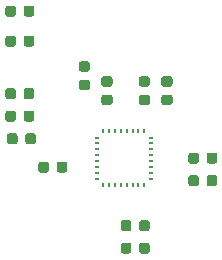
<source format=gtp>
%TF.GenerationSoftware,KiCad,Pcbnew,(5.1.9-0-10_14)*%
%TF.CreationDate,2021-08-20T09:16:23+02:00*%
%TF.ProjectId,WM8758B_breakout,574d3837-3538-4425-9f62-7265616b6f75,rev?*%
%TF.SameCoordinates,Original*%
%TF.FileFunction,Paste,Top*%
%TF.FilePolarity,Positive*%
%FSLAX46Y46*%
G04 Gerber Fmt 4.6, Leading zero omitted, Abs format (unit mm)*
G04 Created by KiCad (PCBNEW (5.1.9-0-10_14)) date 2021-08-20 09:16:23*
%MOMM*%
%LPD*%
G01*
G04 APERTURE LIST*
%ADD10R,0.400000X0.200000*%
%ADD11R,0.200000X0.400000*%
G04 APERTURE END LIST*
%TO.C,C19*%
G36*
G01*
X144965000Y-101850000D02*
X144965000Y-101350000D01*
G75*
G02*
X145190000Y-101125000I225000J0D01*
G01*
X145640000Y-101125000D01*
G75*
G02*
X145865000Y-101350000I0J-225000D01*
G01*
X145865000Y-101850000D01*
G75*
G02*
X145640000Y-102075000I-225000J0D01*
G01*
X145190000Y-102075000D01*
G75*
G02*
X144965000Y-101850000I0J225000D01*
G01*
G37*
G36*
G01*
X143415000Y-101850000D02*
X143415000Y-101350000D01*
G75*
G02*
X143640000Y-101125000I225000J0D01*
G01*
X144090000Y-101125000D01*
G75*
G02*
X144315000Y-101350000I0J-225000D01*
G01*
X144315000Y-101850000D01*
G75*
G02*
X144090000Y-102075000I-225000J0D01*
G01*
X143640000Y-102075000D01*
G75*
G02*
X143415000Y-101850000I0J225000D01*
G01*
G37*
%TD*%
%TO.C,C16*%
G36*
G01*
X144315000Y-95000000D02*
X144315000Y-95500000D01*
G75*
G02*
X144090000Y-95725000I-225000J0D01*
G01*
X143640000Y-95725000D01*
G75*
G02*
X143415000Y-95500000I0J225000D01*
G01*
X143415000Y-95000000D01*
G75*
G02*
X143640000Y-94775000I225000J0D01*
G01*
X144090000Y-94775000D01*
G75*
G02*
X144315000Y-95000000I0J-225000D01*
G01*
G37*
G36*
G01*
X145865000Y-95000000D02*
X145865000Y-95500000D01*
G75*
G02*
X145640000Y-95725000I-225000J0D01*
G01*
X145190000Y-95725000D01*
G75*
G02*
X144965000Y-95500000I0J225000D01*
G01*
X144965000Y-95000000D01*
G75*
G02*
X145190000Y-94775000I225000J0D01*
G01*
X145640000Y-94775000D01*
G75*
G02*
X145865000Y-95000000I0J-225000D01*
G01*
G37*
%TD*%
%TO.C,C15*%
G36*
G01*
X144315000Y-92460000D02*
X144315000Y-92960000D01*
G75*
G02*
X144090000Y-93185000I-225000J0D01*
G01*
X143640000Y-93185000D01*
G75*
G02*
X143415000Y-92960000I0J225000D01*
G01*
X143415000Y-92460000D01*
G75*
G02*
X143640000Y-92235000I225000J0D01*
G01*
X144090000Y-92235000D01*
G75*
G02*
X144315000Y-92460000I0J-225000D01*
G01*
G37*
G36*
G01*
X145865000Y-92460000D02*
X145865000Y-92960000D01*
G75*
G02*
X145640000Y-93185000I-225000J0D01*
G01*
X145190000Y-93185000D01*
G75*
G02*
X144965000Y-92960000I0J225000D01*
G01*
X144965000Y-92460000D01*
G75*
G02*
X145190000Y-92235000I225000J0D01*
G01*
X145640000Y-92235000D01*
G75*
G02*
X145865000Y-92460000I0J-225000D01*
G01*
G37*
%TD*%
%TO.C,C11*%
G36*
G01*
X145105000Y-103755000D02*
X145105000Y-103255000D01*
G75*
G02*
X145330000Y-103030000I225000J0D01*
G01*
X145780000Y-103030000D01*
G75*
G02*
X146005000Y-103255000I0J-225000D01*
G01*
X146005000Y-103755000D01*
G75*
G02*
X145780000Y-103980000I-225000J0D01*
G01*
X145330000Y-103980000D01*
G75*
G02*
X145105000Y-103755000I0J225000D01*
G01*
G37*
G36*
G01*
X143555000Y-103755000D02*
X143555000Y-103255000D01*
G75*
G02*
X143780000Y-103030000I225000J0D01*
G01*
X144230000Y-103030000D01*
G75*
G02*
X144455000Y-103255000I0J-225000D01*
G01*
X144455000Y-103755000D01*
G75*
G02*
X144230000Y-103980000I-225000J0D01*
G01*
X143780000Y-103980000D01*
G75*
G02*
X143555000Y-103755000I0J225000D01*
G01*
G37*
%TD*%
%TO.C,C1*%
G36*
G01*
X152269000Y-99116000D02*
X151769000Y-99116000D01*
G75*
G02*
X151544000Y-98891000I0J225000D01*
G01*
X151544000Y-98441000D01*
G75*
G02*
X151769000Y-98216000I225000J0D01*
G01*
X152269000Y-98216000D01*
G75*
G02*
X152494000Y-98441000I0J-225000D01*
G01*
X152494000Y-98891000D01*
G75*
G02*
X152269000Y-99116000I-225000J0D01*
G01*
G37*
G36*
G01*
X152269000Y-100666000D02*
X151769000Y-100666000D01*
G75*
G02*
X151544000Y-100441000I0J225000D01*
G01*
X151544000Y-99991000D01*
G75*
G02*
X151769000Y-99766000I225000J0D01*
G01*
X152269000Y-99766000D01*
G75*
G02*
X152494000Y-99991000I0J-225000D01*
G01*
X152494000Y-100441000D01*
G75*
G02*
X152269000Y-100666000I-225000J0D01*
G01*
G37*
%TD*%
%TO.C,C5*%
G36*
G01*
X155444000Y-99116000D02*
X154944000Y-99116000D01*
G75*
G02*
X154719000Y-98891000I0J225000D01*
G01*
X154719000Y-98441000D01*
G75*
G02*
X154944000Y-98216000I225000J0D01*
G01*
X155444000Y-98216000D01*
G75*
G02*
X155669000Y-98441000I0J-225000D01*
G01*
X155669000Y-98891000D01*
G75*
G02*
X155444000Y-99116000I-225000J0D01*
G01*
G37*
G36*
G01*
X155444000Y-100666000D02*
X154944000Y-100666000D01*
G75*
G02*
X154719000Y-100441000I0J225000D01*
G01*
X154719000Y-99991000D01*
G75*
G02*
X154944000Y-99766000I225000J0D01*
G01*
X155444000Y-99766000D01*
G75*
G02*
X155669000Y-99991000I0J-225000D01*
G01*
X155669000Y-100441000D01*
G75*
G02*
X155444000Y-100666000I-225000J0D01*
G01*
G37*
%TD*%
%TO.C,C2*%
G36*
G01*
X157349000Y-100666000D02*
X156849000Y-100666000D01*
G75*
G02*
X156624000Y-100441000I0J225000D01*
G01*
X156624000Y-99991000D01*
G75*
G02*
X156849000Y-99766000I225000J0D01*
G01*
X157349000Y-99766000D01*
G75*
G02*
X157574000Y-99991000I0J-225000D01*
G01*
X157574000Y-100441000D01*
G75*
G02*
X157349000Y-100666000I-225000J0D01*
G01*
G37*
G36*
G01*
X157349000Y-99116000D02*
X156849000Y-99116000D01*
G75*
G02*
X156624000Y-98891000I0J225000D01*
G01*
X156624000Y-98441000D01*
G75*
G02*
X156849000Y-98216000I225000J0D01*
G01*
X157349000Y-98216000D01*
G75*
G02*
X157574000Y-98441000I0J-225000D01*
G01*
X157574000Y-98891000D01*
G75*
G02*
X157349000Y-99116000I-225000J0D01*
G01*
G37*
%TD*%
%TO.C,C6*%
G36*
G01*
X150364000Y-99396000D02*
X149864000Y-99396000D01*
G75*
G02*
X149639000Y-99171000I0J225000D01*
G01*
X149639000Y-98721000D01*
G75*
G02*
X149864000Y-98496000I225000J0D01*
G01*
X150364000Y-98496000D01*
G75*
G02*
X150589000Y-98721000I0J-225000D01*
G01*
X150589000Y-99171000D01*
G75*
G02*
X150364000Y-99396000I-225000J0D01*
G01*
G37*
G36*
G01*
X150364000Y-97846000D02*
X149864000Y-97846000D01*
G75*
G02*
X149639000Y-97621000I0J225000D01*
G01*
X149639000Y-97171000D01*
G75*
G02*
X149864000Y-96946000I225000J0D01*
G01*
X150364000Y-96946000D01*
G75*
G02*
X150589000Y-97171000I0J-225000D01*
G01*
X150589000Y-97621000D01*
G75*
G02*
X150364000Y-97846000I-225000J0D01*
G01*
G37*
%TD*%
%TO.C,C13*%
G36*
G01*
X158909000Y-105406000D02*
X158909000Y-104906000D01*
G75*
G02*
X159134000Y-104681000I225000J0D01*
G01*
X159584000Y-104681000D01*
G75*
G02*
X159809000Y-104906000I0J-225000D01*
G01*
X159809000Y-105406000D01*
G75*
G02*
X159584000Y-105631000I-225000J0D01*
G01*
X159134000Y-105631000D01*
G75*
G02*
X158909000Y-105406000I0J225000D01*
G01*
G37*
G36*
G01*
X160459000Y-105406000D02*
X160459000Y-104906000D01*
G75*
G02*
X160684000Y-104681000I225000J0D01*
G01*
X161134000Y-104681000D01*
G75*
G02*
X161359000Y-104906000I0J-225000D01*
G01*
X161359000Y-105406000D01*
G75*
G02*
X161134000Y-105631000I-225000J0D01*
G01*
X160684000Y-105631000D01*
G75*
G02*
X160459000Y-105406000I0J225000D01*
G01*
G37*
%TD*%
%TO.C,C12*%
G36*
G01*
X159809000Y-106811000D02*
X159809000Y-107311000D01*
G75*
G02*
X159584000Y-107536000I-225000J0D01*
G01*
X159134000Y-107536000D01*
G75*
G02*
X158909000Y-107311000I0J225000D01*
G01*
X158909000Y-106811000D01*
G75*
G02*
X159134000Y-106586000I225000J0D01*
G01*
X159584000Y-106586000D01*
G75*
G02*
X159809000Y-106811000I0J-225000D01*
G01*
G37*
G36*
G01*
X161359000Y-106811000D02*
X161359000Y-107311000D01*
G75*
G02*
X161134000Y-107536000I-225000J0D01*
G01*
X160684000Y-107536000D01*
G75*
G02*
X160459000Y-107311000I0J225000D01*
G01*
X160459000Y-106811000D01*
G75*
G02*
X160684000Y-106586000I225000J0D01*
G01*
X161134000Y-106586000D01*
G75*
G02*
X161359000Y-106811000I0J-225000D01*
G01*
G37*
%TD*%
%TO.C,C3*%
G36*
G01*
X154744000Y-111121000D02*
X154744000Y-110621000D01*
G75*
G02*
X154969000Y-110396000I225000J0D01*
G01*
X155419000Y-110396000D01*
G75*
G02*
X155644000Y-110621000I0J-225000D01*
G01*
X155644000Y-111121000D01*
G75*
G02*
X155419000Y-111346000I-225000J0D01*
G01*
X154969000Y-111346000D01*
G75*
G02*
X154744000Y-111121000I0J225000D01*
G01*
G37*
G36*
G01*
X153194000Y-111121000D02*
X153194000Y-110621000D01*
G75*
G02*
X153419000Y-110396000I225000J0D01*
G01*
X153869000Y-110396000D01*
G75*
G02*
X154094000Y-110621000I0J-225000D01*
G01*
X154094000Y-111121000D01*
G75*
G02*
X153869000Y-111346000I-225000J0D01*
G01*
X153419000Y-111346000D01*
G75*
G02*
X153194000Y-111121000I0J225000D01*
G01*
G37*
%TD*%
%TO.C,C4*%
G36*
G01*
X153194000Y-113026000D02*
X153194000Y-112526000D01*
G75*
G02*
X153419000Y-112301000I225000J0D01*
G01*
X153869000Y-112301000D01*
G75*
G02*
X154094000Y-112526000I0J-225000D01*
G01*
X154094000Y-113026000D01*
G75*
G02*
X153869000Y-113251000I-225000J0D01*
G01*
X153419000Y-113251000D01*
G75*
G02*
X153194000Y-113026000I0J225000D01*
G01*
G37*
G36*
G01*
X154744000Y-113026000D02*
X154744000Y-112526000D01*
G75*
G02*
X154969000Y-112301000I225000J0D01*
G01*
X155419000Y-112301000D01*
G75*
G02*
X155644000Y-112526000I0J-225000D01*
G01*
X155644000Y-113026000D01*
G75*
G02*
X155419000Y-113251000I-225000J0D01*
G01*
X154969000Y-113251000D01*
G75*
G02*
X154744000Y-113026000I0J225000D01*
G01*
G37*
%TD*%
%TO.C,C10*%
G36*
G01*
X145865000Y-99445000D02*
X145865000Y-99945000D01*
G75*
G02*
X145640000Y-100170000I-225000J0D01*
G01*
X145190000Y-100170000D01*
G75*
G02*
X144965000Y-99945000I0J225000D01*
G01*
X144965000Y-99445000D01*
G75*
G02*
X145190000Y-99220000I225000J0D01*
G01*
X145640000Y-99220000D01*
G75*
G02*
X145865000Y-99445000I0J-225000D01*
G01*
G37*
G36*
G01*
X144315000Y-99445000D02*
X144315000Y-99945000D01*
G75*
G02*
X144090000Y-100170000I-225000J0D01*
G01*
X143640000Y-100170000D01*
G75*
G02*
X143415000Y-99945000I0J225000D01*
G01*
X143415000Y-99445000D01*
G75*
G02*
X143640000Y-99220000I225000J0D01*
G01*
X144090000Y-99220000D01*
G75*
G02*
X144315000Y-99445000I0J-225000D01*
G01*
G37*
%TD*%
%TO.C,C8*%
G36*
G01*
X147109000Y-105668000D02*
X147109000Y-106168000D01*
G75*
G02*
X146884000Y-106393000I-225000J0D01*
G01*
X146434000Y-106393000D01*
G75*
G02*
X146209000Y-106168000I0J225000D01*
G01*
X146209000Y-105668000D01*
G75*
G02*
X146434000Y-105443000I225000J0D01*
G01*
X146884000Y-105443000D01*
G75*
G02*
X147109000Y-105668000I0J-225000D01*
G01*
G37*
G36*
G01*
X148659000Y-105668000D02*
X148659000Y-106168000D01*
G75*
G02*
X148434000Y-106393000I-225000J0D01*
G01*
X147984000Y-106393000D01*
G75*
G02*
X147759000Y-106168000I0J225000D01*
G01*
X147759000Y-105668000D01*
G75*
G02*
X147984000Y-105443000I225000J0D01*
G01*
X148434000Y-105443000D01*
G75*
G02*
X148659000Y-105668000I0J-225000D01*
G01*
G37*
%TD*%
D10*
%TO.C,U1*%
X151138999Y-103406001D03*
X151138999Y-103906001D03*
X151138999Y-104406001D03*
X151138999Y-104906001D03*
X151138999Y-105406001D03*
X151138999Y-105906001D03*
X151138999Y-106406001D03*
X151138999Y-106906001D03*
D11*
X151688999Y-107456001D03*
X152188999Y-107456001D03*
X152688999Y-107456001D03*
X153188999Y-107456001D03*
X153688999Y-107456001D03*
X154188999Y-107456001D03*
X154688999Y-107456001D03*
X155188999Y-107456001D03*
D10*
X155738999Y-106906001D03*
X155738999Y-106406001D03*
X155738999Y-105906001D03*
X155738999Y-105406001D03*
X155738999Y-104906001D03*
X155738999Y-104406001D03*
X155738999Y-103906001D03*
X155738999Y-103406001D03*
D11*
X155188999Y-102856001D03*
X154688999Y-102856001D03*
X154188999Y-102856001D03*
X153688999Y-102856001D03*
X153188999Y-102856001D03*
X152688999Y-102856001D03*
X152188999Y-102856001D03*
X151688999Y-102856001D03*
%TD*%
M02*

</source>
